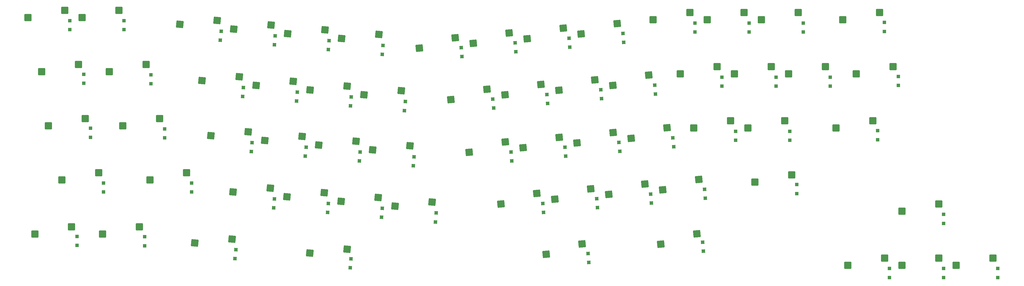
<source format=gbr>
%TF.GenerationSoftware,KiCad,Pcbnew,7.0.6*%
%TF.CreationDate,2023-09-01T00:55:25-07:00*%
%TF.ProjectId,alicida,616c6963-6964-4612-9e6b-696361645f70,rev?*%
%TF.SameCoordinates,Original*%
%TF.FileFunction,Paste,Bot*%
%TF.FilePolarity,Positive*%
%FSLAX46Y46*%
G04 Gerber Fmt 4.6, Leading zero omitted, Abs format (unit mm)*
G04 Created by KiCad (PCBNEW 7.0.6) date 2023-09-01 00:55:25*
%MOMM*%
%LPD*%
G01*
G04 APERTURE LIST*
G04 Aperture macros list*
%AMRoundRect*
0 Rectangle with rounded corners*
0 $1 Rounding radius*
0 $2 $3 $4 $5 $6 $7 $8 $9 X,Y pos of 4 corners*
0 Add a 4 corners polygon primitive as box body*
4,1,4,$2,$3,$4,$5,$6,$7,$8,$9,$2,$3,0*
0 Add four circle primitives for the rounded corners*
1,1,$1+$1,$2,$3*
1,1,$1+$1,$4,$5*
1,1,$1+$1,$6,$7*
1,1,$1+$1,$8,$9*
0 Add four rect primitives between the rounded corners*
20,1,$1+$1,$2,$3,$4,$5,0*
20,1,$1+$1,$4,$5,$6,$7,0*
20,1,$1+$1,$6,$7,$8,$9,0*
20,1,$1+$1,$8,$9,$2,$3,0*%
%AMRotRect*
0 Rectangle, with rotation*
0 The origin of the aperture is its center*
0 $1 length*
0 $2 width*
0 $3 Rotation angle, in degrees counterclockwise*
0 Add horizontal line*
21,1,$1,$2,0,0,$3*%
G04 Aperture macros list end*
%ADD10RoundRect,0.250000X-0.933944X-1.085529X1.108255X-0.906860X0.933944X1.085529X-1.108255X0.906860X0*%
%ADD11RotRect,1.200000X1.200000X275.000000*%
%ADD12RoundRect,0.250000X-1.108255X-0.906860X0.933944X-1.085529X1.108255X0.906860X-0.933944X1.085529X0*%
%ADD13RotRect,1.200000X1.200000X265.000000*%
%ADD14RoundRect,0.250000X-1.025000X-1.000000X1.025000X-1.000000X1.025000X1.000000X-1.025000X1.000000X0*%
%ADD15R,1.200000X1.200000*%
%ADD16RotRect,1.200000X1.200000X95.000000*%
%ADD17RotRect,1.200000X1.200000X85.000000*%
G04 APERTURE END LIST*
D10*
%TO.C,K_DOT*%
X261395133Y-172327415D03*
D11*
X276397715Y-175316227D03*
D10*
X274051566Y-168670418D03*
D11*
X276123174Y-172178214D03*
%TD*%
D10*
%TO.C,K_I*%
X224863858Y-137277952D03*
D11*
X239866440Y-140266764D03*
D10*
X237520291Y-133620955D03*
D11*
X239591899Y-137128751D03*
%TD*%
D12*
%TO.C,K_S*%
X102447874Y-153309765D03*
D13*
X116703531Y-158858341D03*
D12*
X115547059Y-151906093D03*
D13*
X116978072Y-155720328D03*
%TD*%
D10*
%TO.C,REF\u002A\u002A*%
X220359421Y-195050431D03*
X233015854Y-191393434D03*
%TD*%
D14*
%TO.C,K_`*%
X38140925Y-111683103D03*
D15*
X52825925Y-115968103D03*
D14*
X51067925Y-109143103D03*
D15*
X52825925Y-112818103D03*
%TD*%
D14*
%TO.C,K_CBRAC*%
X286604125Y-131562709D03*
D15*
X301289125Y-135847709D03*
D14*
X299531125Y-129022709D03*
D15*
X301289125Y-132697709D03*
%TD*%
D12*
%TO.C,K_V*%
X148231329Y-176438066D03*
D13*
X162486986Y-181986642D03*
D12*
X161330514Y-175034394D03*
D13*
X162761527Y-178848629D03*
%TD*%
D14*
%TO.C,K_UP*%
X345536625Y-179872709D03*
D15*
X360221625Y-184157709D03*
D14*
X358463625Y-177332709D03*
D15*
X360221625Y-181007709D03*
%TD*%
D14*
%TO.C,K_Z*%
X81003425Y-168833103D03*
D15*
X95688425Y-173118103D03*
D14*
X93930425Y-166293103D03*
D15*
X95688425Y-169968103D03*
%TD*%
D10*
%TO.C,K_H*%
X193313533Y-159161015D03*
D11*
X208316115Y-162149827D03*
D10*
X205969966Y-155504018D03*
D11*
X208041574Y-159011814D03*
%TD*%
D10*
%TO.C,K_9*%
X232692296Y-117470284D03*
D11*
X247694878Y-120459096D03*
D10*
X245348729Y-113813287D03*
D11*
X247420337Y-117321083D03*
%TD*%
D14*
%TO.C,K_DOWN*%
X345536625Y-198922709D03*
D15*
X360221625Y-203207709D03*
D14*
X358463625Y-196382709D03*
D15*
X360221625Y-200057709D03*
%TD*%
D10*
%TO.C,K_L*%
X250246061Y-154180064D03*
D11*
X265248643Y-157168876D03*
D10*
X262902494Y-150523067D03*
D11*
X264974102Y-154030863D03*
%TD*%
D10*
%TO.C,K_Y*%
X186908840Y-140598585D03*
D11*
X201911422Y-143587397D03*
D10*
X199565273Y-136941588D03*
D11*
X201636881Y-140449384D03*
%TD*%
D14*
%TO.C,K_WIN*%
X64354675Y-187883103D03*
X77281675Y-185343103D03*
%TD*%
%TO.C,K_0*%
X258029125Y-112512709D03*
D15*
X272714125Y-116797709D03*
D14*
X270956125Y-109972709D03*
D15*
X272714125Y-113647709D03*
%TD*%
D14*
%TO.C,K_LEFT*%
X326486625Y-198922709D03*
D15*
X341171625Y-203207709D03*
D14*
X339413625Y-196382709D03*
D15*
X341171625Y-200057709D03*
%TD*%
D14*
%TO.C,K_1*%
X57190925Y-111683103D03*
D15*
X71875925Y-115968103D03*
D14*
X70117925Y-109143103D03*
D15*
X71875925Y-112818103D03*
%TD*%
D12*
%TO.C,K_F*%
X140402892Y-156630399D03*
D13*
X154658549Y-162178975D03*
D12*
X153502077Y-155226727D03*
D13*
X154933090Y-159040962D03*
%TD*%
D12*
%TO.C,K_D*%
X121425383Y-154970082D03*
D13*
X135681040Y-160518658D03*
D12*
X134524568Y-153566410D03*
D13*
X135955581Y-157380645D03*
%TD*%
D14*
%TO.C,K_CAPS*%
X45304675Y-149783103D03*
X58231675Y-147243103D03*
%TD*%
D12*
%TO.C,K_G*%
X159380401Y-158290715D03*
D13*
X173636058Y-163839291D03*
D12*
X172479586Y-156887043D03*
D13*
X173910599Y-160701278D03*
%TD*%
D10*
%TO.C,K_U*%
X205886349Y-138938269D03*
D11*
X220888931Y-141927081D03*
D10*
X218542782Y-135281272D03*
D11*
X220614390Y-138789068D03*
%TD*%
D14*
%TO.C,K_A*%
X71478425Y-149783103D03*
D15*
X86163425Y-154068103D03*
D14*
X84405425Y-147243103D03*
D15*
X86163425Y-150918103D03*
%TD*%
D14*
%TO.C,K_MINUS*%
X277079125Y-112512709D03*
D15*
X291764125Y-116797709D03*
D14*
X290006125Y-109972709D03*
D15*
X291764125Y-113647709D03*
%TD*%
D12*
%TO.C,REF\u002A\u002A*%
X137263940Y-194631426D03*
X150363125Y-193227754D03*
%TD*%
D14*
%TO.C,K_P*%
X267554125Y-131562709D03*
D15*
X282239125Y-135847709D03*
D14*
X280481125Y-129022709D03*
D15*
X282239125Y-132697709D03*
%TD*%
D14*
%TO.C,K_SHIFT*%
X50067175Y-168833103D03*
X62994175Y-166293103D03*
%TD*%
D10*
%TO.C,K_ALT1*%
X260703185Y-191510720D03*
X273359618Y-187853723D03*
%TD*%
D12*
%TO.C,K_W*%
X99363814Y-133917177D03*
D13*
X113619471Y-139465753D03*
D12*
X112462999Y-132513505D03*
D13*
X113894012Y-136327740D03*
%TD*%
D12*
%TO.C,K_2*%
X91535376Y-114109510D03*
D13*
X105791033Y-119658086D03*
D12*
X104634561Y-112705838D03*
D13*
X106065574Y-116520073D03*
%TD*%
D14*
%TO.C,K_SHIFT1*%
X293844625Y-169652709D03*
X306771625Y-167112709D03*
%TD*%
D12*
%TO.C,K_B*%
X167208838Y-178098383D03*
D13*
X181464495Y-183646959D03*
D12*
X180308023Y-176694711D03*
D13*
X181739036Y-180508946D03*
%TD*%
D12*
%TO.C,K_3*%
X110512886Y-115769826D03*
D13*
X124768543Y-121318402D03*
D12*
X123612071Y-114366154D03*
D13*
X125043084Y-118180389D03*
%TD*%
D10*
%TO.C,K_M*%
X223440114Y-175648049D03*
D11*
X238442696Y-178636861D03*
D10*
X236096547Y-171991052D03*
D11*
X238168155Y-175498848D03*
%TD*%
D10*
%TO.C,K_8*%
X213714787Y-119130601D03*
D11*
X228717369Y-122119413D03*
D10*
X226371220Y-115473604D03*
D11*
X228442828Y-118981400D03*
%TD*%
D14*
%TO.C,K_SEMIC*%
X272316625Y-150612709D03*
D15*
X287001625Y-154897709D03*
D14*
X285243625Y-148072709D03*
D15*
X287001625Y-151747709D03*
%TD*%
D10*
%TO.C,K_COMMA*%
X242417624Y-173987732D03*
D11*
X257420206Y-176976544D03*
D10*
X255074057Y-170330735D03*
D11*
X257145665Y-173838531D03*
%TD*%
D10*
%TO.C,K_O*%
X243841367Y-135617635D03*
D11*
X258843949Y-138606447D03*
D10*
X256497800Y-131960638D03*
D11*
X258569408Y-135468434D03*
%TD*%
D10*
%TO.C,K_7*%
X194737277Y-120790918D03*
D11*
X209739859Y-123779730D03*
D10*
X207393710Y-117133921D03*
D11*
X209465318Y-120641717D03*
%TD*%
D10*
%TO.C,K_K*%
X231268551Y-155840381D03*
D11*
X246271133Y-158829193D03*
D10*
X243924984Y-152183384D03*
D11*
X245996592Y-155691180D03*
%TD*%
D12*
%TO.C,K_E*%
X118341322Y-135577493D03*
D13*
X132596979Y-141126069D03*
D12*
X131440507Y-134173821D03*
D13*
X132871520Y-137988056D03*
%TD*%
D14*
%TO.C,K_BACKSPACE*%
X324724125Y-112512709D03*
X337651125Y-109972709D03*
%TD*%
%TO.C,K_BSLSH*%
X329486625Y-131562709D03*
X342413625Y-129022709D03*
%TD*%
%TO.C,K_OBRAC*%
X305654125Y-131562709D03*
D15*
X320339125Y-135847709D03*
D14*
X318581125Y-129022709D03*
D15*
X320339125Y-132697709D03*
%TD*%
D10*
%TO.C,K_J*%
X212291043Y-157500697D03*
D11*
X227293625Y-160489509D03*
D10*
X224947476Y-153843700D03*
D11*
X227019084Y-157351496D03*
%TD*%
D12*
%TO.C,K_5*%
X148467904Y-119090460D03*
D13*
X162723561Y-124639036D03*
D12*
X161567089Y-117686788D03*
D13*
X162998102Y-121501023D03*
%TD*%
D12*
%TO.C,K_R*%
X137318831Y-137237810D03*
D13*
X151574488Y-142786386D03*
D12*
X150418016Y-135834138D03*
D13*
X151849029Y-139648373D03*
%TD*%
D14*
%TO.C,K_CTRL*%
X40542175Y-187883103D03*
X53469175Y-185343103D03*
%TD*%
%TO.C,K_QUOTE*%
X291366625Y-150612709D03*
D15*
X306051625Y-154897709D03*
D14*
X304293625Y-148072709D03*
D15*
X306051625Y-151747709D03*
%TD*%
D10*
%TO.C,K_6*%
X175759768Y-122451235D03*
D11*
X190762350Y-125440047D03*
D10*
X188416201Y-118794238D03*
D11*
X190487809Y-122302034D03*
%TD*%
D10*
%TO.C,K_N*%
X204462605Y-177308365D03*
D11*
X219465187Y-180297177D03*
D10*
X217119038Y-173651368D03*
D11*
X219190646Y-177159164D03*
%TD*%
D12*
%TO.C,K_X*%
X110276312Y-173117432D03*
D13*
X124531969Y-178666008D03*
D12*
X123375497Y-171713760D03*
D13*
X124806510Y-175527995D03*
%TD*%
D14*
%TO.C,K_EQUAL*%
X296129125Y-112512709D03*
D15*
X310814125Y-116797709D03*
D14*
X309056125Y-109972709D03*
D15*
X310814125Y-113647709D03*
%TD*%
D14*
%TO.C,K_ENTER*%
X322342875Y-150612709D03*
X335269875Y-148072709D03*
%TD*%
D12*
%TO.C,K_C*%
X129253821Y-174777749D03*
D13*
X143509478Y-180326325D03*
D12*
X142353006Y-173374077D03*
D13*
X143784019Y-177188312D03*
%TD*%
D14*
%TO.C,K_RIGHT*%
X364586625Y-198922709D03*
D15*
X379271625Y-203207709D03*
D14*
X377513625Y-196382709D03*
D15*
X379271625Y-200057709D03*
%TD*%
D14*
%TO.C,K_Q*%
X66715925Y-130733103D03*
D15*
X81400925Y-135018103D03*
D14*
X79642925Y-128193103D03*
D15*
X81400925Y-131868103D03*
%TD*%
D12*
%TO.C,K_T*%
X156296341Y-138898127D03*
D13*
X170551998Y-144446703D03*
D12*
X169395526Y-137494455D03*
D13*
X170826539Y-141308690D03*
%TD*%
D12*
%TO.C,K_ALT*%
X96774976Y-191058985D03*
X109874161Y-189655313D03*
%TD*%
D14*
%TO.C,K_TAB*%
X42923425Y-130733103D03*
X55850425Y-128193103D03*
%TD*%
D12*
%TO.C,K_4*%
X129490395Y-117430143D03*
D13*
X143746052Y-122978719D03*
D12*
X142589580Y-116026471D03*
D13*
X144020593Y-119840706D03*
%TD*%
D15*
%TO.C,REF\u002A\u002A*%
X55389907Y-191903312D03*
X55389907Y-188753312D03*
%TD*%
%TO.C,REF\u002A\u002A*%
X336971862Y-154693376D03*
X336971862Y-151543376D03*
%TD*%
%TO.C,REF\u002A\u002A*%
X344279441Y-135614383D03*
X344279441Y-132464383D03*
%TD*%
%TO.C,REF\u002A\u002A*%
X57765201Y-134861245D03*
X57765201Y-131711245D03*
%TD*%
%TO.C,REF\u002A\u002A*%
X308530006Y-173656964D03*
X308530006Y-170506964D03*
%TD*%
%TO.C,REF\u002A\u002A*%
X60159656Y-153855666D03*
X60159656Y-150705666D03*
%TD*%
D16*
%TO.C,REF\u002A\u002A*%
X235406359Y-197916942D03*
X235131819Y-194778929D03*
%TD*%
D15*
%TO.C,REF\u002A\u002A*%
X79175880Y-192030170D03*
X79175880Y-188880170D03*
%TD*%
%TO.C,REF\u002A\u002A*%
X64697617Y-173106183D03*
X64697617Y-169956183D03*
%TD*%
%TO.C,REF\u002A\u002A*%
X339366058Y-116602342D03*
X339366058Y-113452342D03*
%TD*%
D17*
%TO.C,REF\u002A\u002A*%
X151485187Y-199758323D03*
X151759728Y-196620310D03*
%TD*%
%TO.C,REF\u002A\u002A*%
X110963404Y-196538114D03*
X111237945Y-193400101D03*
%TD*%
D16*
%TO.C,REF\u002A\u002A*%
X275686749Y-193964688D03*
X275412209Y-190826675D03*
%TD*%
M02*

</source>
